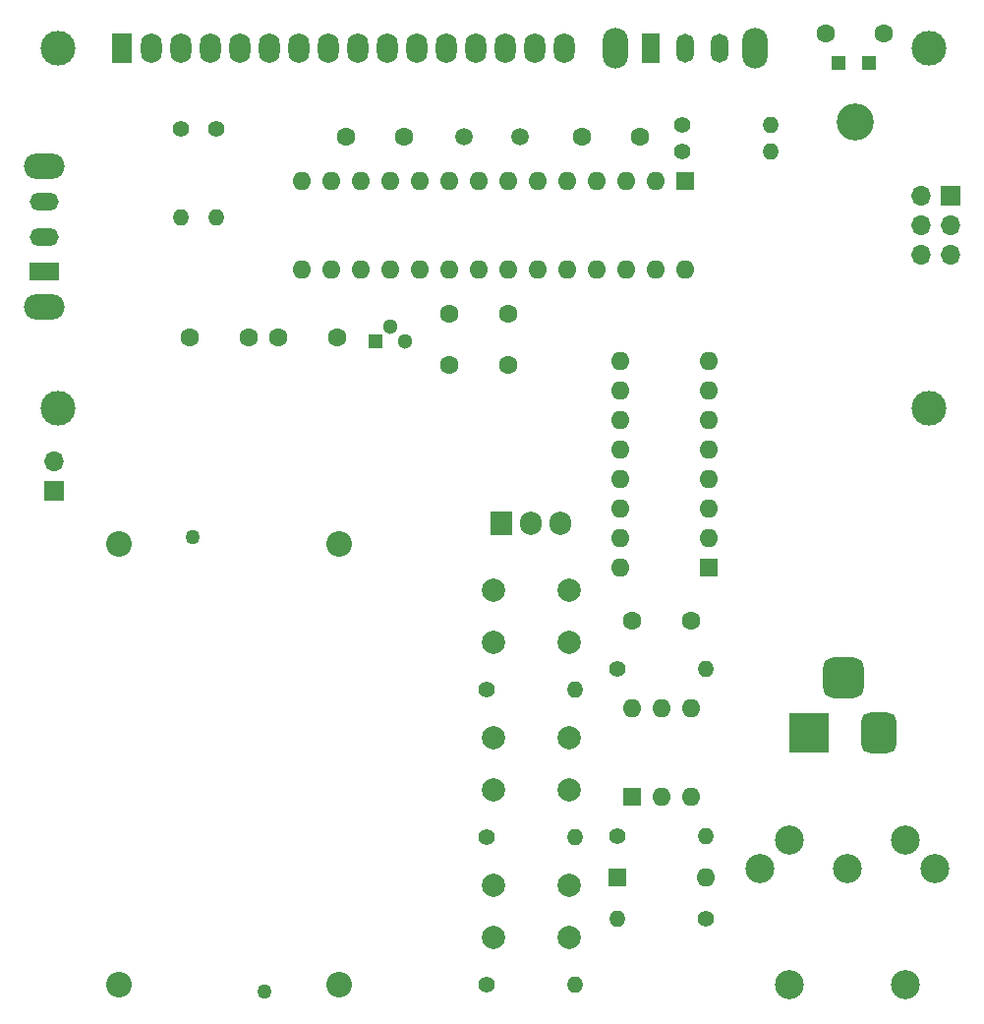
<source format=gbr>
%TF.GenerationSoftware,KiCad,Pcbnew,(6.0.6)*%
%TF.CreationDate,2022-07-11T20:49:47+02:00*%
%TF.ProjectId,SD_interrupter,53445f69-6e74-4657-9272-75707465722e,rev?*%
%TF.SameCoordinates,Original*%
%TF.FileFunction,Soldermask,Bot*%
%TF.FilePolarity,Negative*%
%FSLAX46Y46*%
G04 Gerber Fmt 4.6, Leading zero omitted, Abs format (unit mm)*
G04 Created by KiCad (PCBNEW (6.0.6)) date 2022-07-11 20:49:47*
%MOMM*%
%LPD*%
G01*
G04 APERTURE LIST*
G04 Aperture macros list*
%AMRoundRect*
0 Rectangle with rounded corners*
0 $1 Rounding radius*
0 $2 $3 $4 $5 $6 $7 $8 $9 X,Y pos of 4 corners*
0 Add a 4 corners polygon primitive as box body*
4,1,4,$2,$3,$4,$5,$6,$7,$8,$9,$2,$3,0*
0 Add four circle primitives for the rounded corners*
1,1,$1+$1,$2,$3*
1,1,$1+$1,$4,$5*
1,1,$1+$1,$6,$7*
1,1,$1+$1,$8,$9*
0 Add four rect primitives between the rounded corners*
20,1,$1+$1,$2,$3,$4,$5,0*
20,1,$1+$1,$4,$5,$6,$7,0*
20,1,$1+$1,$6,$7,$8,$9,0*
20,1,$1+$1,$8,$9,$2,$3,0*%
G04 Aperture macros list end*
%ADD10R,1.700000X1.700000*%
%ADD11O,1.700000X1.700000*%
%ADD12C,1.400000*%
%ADD13O,1.400000X1.400000*%
%ADD14C,1.270000*%
%ADD15C,2.205000*%
%ADD16R,1.600000X1.600000*%
%ADD17O,1.600000X1.600000*%
%ADD18C,2.500000*%
%ADD19C,2.000000*%
%ADD20C,3.200000*%
%ADD21C,1.600000*%
%ADD22R,1.208000X1.208000*%
%ADD23R,1.300000X1.300000*%
%ADD24C,1.300000*%
%ADD25R,3.500000X3.500000*%
%ADD26RoundRect,0.750000X0.750000X1.000000X-0.750000X1.000000X-0.750000X-1.000000X0.750000X-1.000000X0*%
%ADD27RoundRect,0.875000X0.875000X0.875000X-0.875000X0.875000X-0.875000X-0.875000X0.875000X-0.875000X0*%
%ADD28O,2.200000X3.500000*%
%ADD29R,1.500000X2.500000*%
%ADD30O,1.500000X2.500000*%
%ADD31C,1.500000*%
%ADD32C,3.000000*%
%ADD33R,1.800000X2.600000*%
%ADD34O,1.800000X2.600000*%
%ADD35O,3.500000X2.200000*%
%ADD36R,2.500000X1.500000*%
%ADD37O,2.500000X1.500000*%
%ADD38R,1.905000X2.000000*%
%ADD39O,1.905000X2.000000*%
G04 APERTURE END LIST*
D10*
%TO.C,J5*%
X25654000Y-66040000D03*
D11*
X25654000Y-63500000D03*
%TD*%
D12*
%TO.C,R6*%
X81788000Y-102870000D03*
D13*
X74168000Y-102870000D03*
%TD*%
D14*
%TO.C,BT1*%
X37617000Y-70020000D03*
D15*
X31247000Y-108585000D03*
X31247000Y-70615000D03*
%TD*%
D16*
%TO.C,U2*%
X82032000Y-72644000D03*
D17*
X82032000Y-70104000D03*
X82032000Y-67564000D03*
X82032000Y-65024000D03*
X82032000Y-62484000D03*
X82032000Y-59944000D03*
X82032000Y-57404000D03*
X82032000Y-54864000D03*
X74412000Y-54864000D03*
X74412000Y-57404000D03*
X74412000Y-59944000D03*
X74412000Y-62484000D03*
X74412000Y-65024000D03*
X74412000Y-67564000D03*
X74412000Y-70104000D03*
X74412000Y-72644000D03*
%TD*%
D18*
%TO.C,J3*%
X101480000Y-98600000D03*
X93980000Y-98600000D03*
X86480000Y-98600000D03*
X98980000Y-96100000D03*
X88980000Y-96100000D03*
X88980000Y-108600000D03*
X98980000Y-108600000D03*
%TD*%
D19*
%TO.C,SW3*%
X63500000Y-74585000D03*
X70000000Y-74585000D03*
X70000000Y-79085000D03*
X63500000Y-79085000D03*
%TD*%
D12*
%TO.C,R3*%
X62940000Y-95885000D03*
D13*
X70560000Y-95885000D03*
%TD*%
D20*
%TO.C,U6*%
X94617625Y-34310000D03*
D21*
X92117625Y-26710000D03*
X97117625Y-26710000D03*
D22*
X95817625Y-29210000D03*
X93217625Y-29210000D03*
%TD*%
D23*
%TO.C,U3*%
X53340000Y-53192000D03*
D24*
X54610000Y-51922000D03*
X55880000Y-53192000D03*
%TD*%
D16*
%TO.C,D1*%
X74168000Y-99319200D03*
D17*
X81788000Y-99319200D03*
%TD*%
D14*
%TO.C,BT2*%
X43795000Y-109180000D03*
D15*
X50165000Y-70615000D03*
X50165000Y-108585000D03*
%TD*%
D12*
%TO.C,R10*%
X79756000Y-34544000D03*
D13*
X87376000Y-34544000D03*
%TD*%
D21*
%TO.C,C4*%
X71120000Y-35560000D03*
X76120000Y-35560000D03*
%TD*%
%TO.C,C10*%
X75478000Y-77216000D03*
X80478000Y-77216000D03*
%TD*%
D12*
%TO.C,R8*%
X79756000Y-36830000D03*
D13*
X87376000Y-36830000D03*
%TD*%
D25*
%TO.C,J4*%
X90678000Y-86868000D03*
D26*
X96678000Y-86868000D03*
D27*
X93678000Y-82168000D03*
%TD*%
D12*
%TO.C,R1*%
X62940000Y-83185000D03*
D13*
X70560000Y-83185000D03*
%TD*%
D10*
%TO.C,J2*%
X102890000Y-40655000D03*
D11*
X100350000Y-40655000D03*
X102890000Y-43195000D03*
X100350000Y-43195000D03*
X102890000Y-45735000D03*
X100350000Y-45735000D03*
%TD*%
D28*
%TO.C,SW1*%
X86060000Y-27940000D03*
X73960000Y-27940000D03*
D29*
X77010000Y-27940000D03*
D30*
X80010000Y-27940000D03*
X83010000Y-27940000D03*
%TD*%
D31*
%TO.C,Y1*%
X60920000Y-35560000D03*
X65800000Y-35560000D03*
%TD*%
D12*
%TO.C,R2*%
X62940000Y-108585000D03*
D13*
X70560000Y-108585000D03*
%TD*%
D16*
%TO.C,U4*%
X80000000Y-39380000D03*
D17*
X77460000Y-39380000D03*
X74920000Y-39380000D03*
X72380000Y-39380000D03*
X69840000Y-39380000D03*
X67300000Y-39380000D03*
X64760000Y-39380000D03*
X62220000Y-39380000D03*
X59680000Y-39380000D03*
X57140000Y-39380000D03*
X54600000Y-39380000D03*
X52060000Y-39380000D03*
X49520000Y-39380000D03*
X46980000Y-39380000D03*
X46980000Y-47000000D03*
X49520000Y-47000000D03*
X52060000Y-47000000D03*
X54600000Y-47000000D03*
X57140000Y-47000000D03*
X59680000Y-47000000D03*
X62220000Y-47000000D03*
X64760000Y-47000000D03*
X67300000Y-47000000D03*
X69840000Y-47000000D03*
X72380000Y-47000000D03*
X74920000Y-47000000D03*
X77460000Y-47000000D03*
X80000000Y-47000000D03*
%TD*%
D21*
%TO.C,C2*%
X59730000Y-50800000D03*
X64730000Y-50800000D03*
%TD*%
%TO.C,C7*%
X59730000Y-55245000D03*
X64730000Y-55245000D03*
%TD*%
D12*
%TO.C,R4*%
X39624000Y-34925000D03*
D13*
X39624000Y-42545000D03*
%TD*%
D12*
%TO.C,R7*%
X74168000Y-95768400D03*
D13*
X81788000Y-95768400D03*
%TD*%
D19*
%TO.C,SW4*%
X70000000Y-99985000D03*
X63500000Y-99985000D03*
X63500000Y-104485000D03*
X70000000Y-104485000D03*
%TD*%
%TO.C,SW5*%
X63500000Y-87285000D03*
X70000000Y-87285000D03*
X63500000Y-91785000D03*
X70000000Y-91785000D03*
%TD*%
D12*
%TO.C,R5*%
X36576000Y-34925000D03*
D13*
X36576000Y-42545000D03*
%TD*%
D32*
%TO.C,DS1*%
X100995480Y-58940700D03*
X25996900Y-27940000D03*
X25996900Y-58940700D03*
X100996000Y-27940000D03*
D33*
X31496000Y-27940000D03*
D34*
X34036000Y-27940000D03*
X36576000Y-27940000D03*
X39116000Y-27940000D03*
X41656000Y-27940000D03*
X44196000Y-27940000D03*
X46736000Y-27940000D03*
X49276000Y-27940000D03*
X51816000Y-27940000D03*
X54356000Y-27940000D03*
X56896000Y-27940000D03*
X59436000Y-27940000D03*
X61976000Y-27940000D03*
X64516000Y-27940000D03*
X67056000Y-27940000D03*
X69596000Y-27940000D03*
%TD*%
D12*
%TO.C,R9*%
X74168000Y-81366800D03*
D13*
X81788000Y-81366800D03*
%TD*%
D21*
%TO.C,C5*%
X55800000Y-35560000D03*
X50800000Y-35560000D03*
%TD*%
D35*
%TO.C,SW2*%
X24765000Y-38146000D03*
X24765000Y-50246000D03*
D36*
X24765000Y-47196000D03*
D37*
X24765000Y-44196000D03*
X24765000Y-41196000D03*
%TD*%
D38*
%TO.C,U1*%
X64210000Y-68890000D03*
D39*
X66750000Y-68890000D03*
X69290000Y-68890000D03*
%TD*%
D21*
%TO.C,C3*%
X49998000Y-52832000D03*
X44998000Y-52832000D03*
%TD*%
%TO.C,C1*%
X37378000Y-52832000D03*
X42378000Y-52832000D03*
%TD*%
D16*
%TO.C,U5*%
X75453000Y-92367600D03*
D17*
X77993000Y-92367600D03*
X80533000Y-92367600D03*
X80533000Y-84747600D03*
X77993000Y-84747600D03*
X75453000Y-84747600D03*
%TD*%
M02*

</source>
